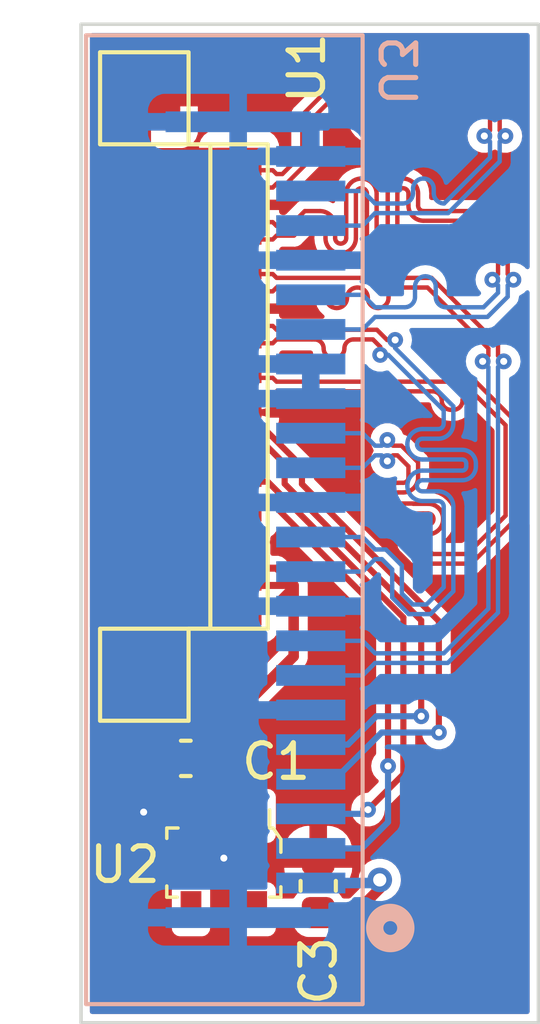
<source format=kicad_pcb>
(kicad_pcb (version 20210824) (generator pcbnew)
  (layers (0 "F.Cu" signal) (31 "B.Cu" signal) (34 "B.Paste" user) (35 "F.Paste" user) (36 "B.SilkS" user "B.Silkscreen") (37 "F.SilkS" user "F.Silkscreen") (38 "B.Mask" user) (39 "F.Mask" user) (44 "Edge.Cuts" user))
  (net 0 "")
  (net 1 "+3V3")
  (net 2 "GND")
  (net 3 "/DAT3_P")
  (net 4 "/DAT3_N")
  (net 5 "/DAT2_P")
  (net 6 "/DAT2_N")
  (net 7 "/CLK_P")
  (net 8 "/CLK_N")
  (net 9 "/DAT1_P")
  (net 10 "/DAT1_N")
  (net 11 "/DAT0_P")
  (net 12 "/DAT0_N")
  (net 13 "/CAM_IN1")
  (net 14 "/CAM_IN0")
  (net 15 "/I2C_SCL")
  (net 16 "/I2C_SDA")
  (net 17 "+5V")
  (footprint "Capacitor_SMD:C_0603_1608Metric" (layer "F.Cu") (at 78.09 77.03 90)
    (fp_text reference "C3" (at -2.46 0.01 90) (layer "F.SilkS"))
    (fp_text value "4.7u")
    (fp_line (start -0.14058 -0.51) (end 0.14058 -0.51) (layer "F.SilkS") (width 0.12))
    (fp_line (start -0.14058 0.51) (end 0.14058 0.51) (layer "F.SilkS") (width 0.12))
    (pad "1" smd roundrect locked (at -0.775 0 90) (size 0.9 0.95) (layers "F.Cu" "F.Paste" "F.Mask") (net 1 "+3V3"))
    (pad "2" smd roundrect locked (at 0.775 0 90) (size 0.9 0.95) (layers "F.Cu" "F.Paste" "F.Mask") (net 2 "GND"))
  )
  (footprint "digikey-footprints:SOT-753" (layer "F.Cu") (at 75.36 76.36 180)
    (fp_text reference "U2" (at 2.86 -0.06) (layer "F.SilkS"))
    (fp_text value "BU33SD5WG-TR")
    (fp_line (start -1.65 0.675) (end -1.425 1) (layer "F.SilkS") (width 0.1))
    (fp_line (start 1.35 -1) (end 1.65 -1) (layer "F.SilkS") (width 0.1))
    (fp_line (start -1.425 1) (end -1.325 1) (layer "F.SilkS") (width 0.1))
    (fp_line (start 1.65 -1) (end 1.65 -0.675) (layer "F.SilkS") (width 0.1))
    (fp_line (start -1.65 -1) (end -1.65 -0.7) (layer "F.SilkS") (width 0.1))
    (fp_line (start 1.65 1) (end 1.65 0.7) (layer "F.SilkS") (width 0.1))
    (fp_line (start -1.325 1) (end -1.325 1.525) (layer "F.SilkS") (width 0.1))
    (fp_line (start -1.65 0.675) (end -1.65 0.3) (layer "F.SilkS") (width 0.1))
    (fp_line (start -1.325 -1) (end -1.65 -1) (layer "F.SilkS") (width 0.1))
    (fp_line (start 1.325 1) (end 1.65 1) (layer "F.SilkS") (width 0.1))
    (pad "1" smd rect locked (at -0.95 1.35 180) (size 0.6 1.05) (layers "F.Cu" "F.Paste" "F.Mask") (net 17 "+5V"))
    (pad "2" smd rect locked (at 0 1.35 180) (size 0.6 1.05) (layers "F.Cu" "F.Paste" "F.Mask") (net 2 "GND"))
    (pad "3" smd rect locked (at 0.95 1.35 180) (size 0.6 1.05) (layers "F.Cu" "F.Paste" "F.Mask") (net 17 "+5V"))
    (pad "4" smd rect locked (at 0.95 -1.35 180) (size 0.6 1.05) (layers "F.Cu" "F.Paste" "F.Mask"))
    (pad "5" smd rect locked (at -0.95 -1.35 180) (size 0.6 1.05) (layers "F.Cu" "F.Paste" "F.Mask") (net 1 "+3V3"))
  )
  (footprint "Capacitor_SMD:C_0603_1608Metric" (layer "F.Cu") (at 74.26 73.3475 180)
    (fp_text reference "C1" (at -2.61 -0.0925) (layer "F.SilkS"))
    (fp_text value "4.7u")
    (fp_line (start -0.14058 -0.51) (end 0.14058 -0.51) (layer "F.SilkS") (width 0.12))
    (fp_line (start -0.14058 0.51) (end 0.14058 0.51) (layer "F.SilkS") (width 0.12))
    (pad "1" smd roundrect locked (at -0.775 0 180) (size 0.9 0.95) (layers "F.Cu" "F.Paste" "F.Mask") (net 17 "+5V"))
    (pad "2" smd roundrect locked (at 0.775 0 180) (size 0.9 0.95) (layers "F.Cu" "F.Paste" "F.Mask") (net 2 "GND"))
  )
  (footprint "osrf_connectors:HIROSE_TF31-28S-0.5SH" (layer "F.Cu") (at 75.8 62.6 -90)
    (fp_text reference "U1" (at -9.2 -1.96 90) (layer "F.SilkS"))
    (fp_text value "MIPI_Custom_28Pin")
    (fp_line (start -9.66 4.02) (end -9.66 1.46) (layer "F.SilkS") (width 0.12))
    (fp_line (start 9.66 1.46) (end 7 1.46) (layer "F.SilkS") (width 0.12))
    (fp_line (start -7 0.83) (end -7 4.02) (layer "F.SilkS") (width 0.12))
    (fp_line (start -7 1.46) (end -7 -0.83) (layer "F.SilkS") (width 0.12))
    (fp_line (start 7 0.83) (end 7 4.02) (layer "F.SilkS") (width 0.12))
    (fp_line (start -7 4.02) (end -9.66 4.02) (layer "F.SilkS") (width 0.12))
    (fp_line (start -7 0.83) (end 7 0.83) (layer "F.SilkS") (width 0.12))
    (fp_line (start 7 4.02) (end 9.66 4.02) (layer "F.SilkS") (width 0.12))
    (fp_line (start 7 1.46) (end 7 -0.83) (layer "F.SilkS") (width 0.12))
    (fp_line (start 9.66 4.02) (end 9.66 1.46) (layer "F.SilkS") (width 0.12))
    (fp_line (start -7 -0.83) (end 7 -0.83) (layer "F.SilkS") (width 0.12))
    (fp_line (start -9.66 1.46) (end -7 1.46) (layer "F.SilkS") (width 0.12))
    (pad "0" smd rect (at 8.35 2.8 270) (size 1.9 2.2) (layers "F.Cu" "F.Paste" "F.Mask") (net 2 "GND"))
    (pad "0" smd rect (at -8.35 2.8 270) (size 1.9 2.2) (layers "F.Cu" "F.Paste" "F.Mask") (net 2 "GND"))
    (pad "1" smd rect (at -6.75 0 270) (size 0.3 1.3) (layers "F.Cu" "F.Paste" "F.Mask") (net 2 "GND"))
    (pad "2" smd rect (at -6.25 0 270) (size 0.3 1.3) (layers "F.Cu" "F.Paste" "F.Mask") (net 3 "/DAT3_P"))
    (pad "3" smd rect (at -5.75 0 270) (size 0.3 1.3) (layers "F.Cu" "F.Paste" "F.Mask") (net 4 "/DAT3_N"))
    (pad "4" smd rect (at -5.25 0 270) (size 0.3 1.3) (layers "F.Cu" "F.Paste" "F.Mask") (net 2 "GND"))
    (pad "5" smd rect (at -4.75 0 270) (size 0.3 1.3) (layers "F.Cu" "F.Paste" "F.Mask") (net 5 "/DAT2_P"))
    (pad "6" smd rect (at -4.25 0 270) (size 0.3 1.3) (layers "F.Cu" "F.Paste" "F.Mask") (net 6 "/DAT2_N"))
    (pad "7" smd rect (at -3.75 0 270) (size 0.3 1.3) (layers "F.Cu" "F.Paste" "F.Mask") (net 2 "GND"))
    (pad "8" smd rect (at -3.25 0 270) (size 0.3 1.3) (layers "F.Cu" "F.Paste" "F.Mask") (net 7 "/CLK_P"))
    (pad "9" smd rect (at -2.75 0 270) (size 0.3 1.3) (layers "F.Cu" "F.Paste" "F.Mask") (net 8 "/CLK_N"))
    (pad "10" smd rect (at -2.25 0 270) (size 0.3 1.3) (layers "F.Cu" "F.Paste" "F.Mask") (net 2 "GND"))
    (pad "11" smd rect (at -1.75 0 270) (size 0.3 1.3) (layers "F.Cu" "F.Paste" "F.Mask") (net 9 "/DAT1_P"))
    (pad "12" smd rect (at -1.25 0 270) (size 0.3 1.3) (layers "F.Cu" "F.Paste" "F.Mask") (net 10 "/DAT1_N"))
    (pad "13" smd rect (at -0.75 0 270) (size 0.3 1.3) (layers "F.Cu" "F.Paste" "F.Mask") (net 2 "GND"))
    (pad "14" smd rect (at -0.25 0 270) (size 0.3 1.3) (layers "F.Cu" "F.Paste" "F.Mask") (net 11 "/DAT0_P"))
    (pad "15" smd rect (at 0.25 0 270) (size 0.3 1.3) (layers "F.Cu" "F.Paste" "F.Mask") (net 12 "/DAT0_N"))
    (pad "16" smd rect (at 0.75 0 270) (size 0.3 1.3) (layers "F.Cu" "F.Paste" "F.Mask") (net 2 "GND"))
    (pad "17" smd rect (at 1.25 0 270) (size 0.3 1.3) (layers "F.Cu" "F.Paste" "F.Mask") (net 13 "/CAM_IN1"))
    (pad "18" smd rect (at 1.75 0 270) (size 0.3 1.3) (layers "F.Cu" "F.Paste" "F.Mask") (net 14 "/CAM_IN0"))
    (pad "19" smd rect (at 2.25 0 270) (size 0.3 1.3) (layers "F.Cu" "F.Paste" "F.Mask") (net 2 "GND"))
    (pad "20" smd rect (at 2.75 0 270) (size 0.3 1.3) (layers "F.Cu" "F.Paste" "F.Mask") (net 15 "/I2C_SCL"))
    (pad "21" smd rect (at 3.25 0 270) (size 0.3 1.3) (layers "F.Cu" "F.Paste" "F.Mask") (net 16 "/I2C_SDA"))
    (pad "22" smd rect (at 3.75 0 270) (size 0.3 1.3) (layers "F.Cu" "F.Paste" "F.Mask") (net 2 "GND"))
    (pad "23" smd rect (at 4.25 0 270) (size 0.3 1.3) (layers "F.Cu" "F.Paste" "F.Mask"))
    (pad "24" smd rect (at 4.75 0 270) (size 0.3 1.3) (layers "F.Cu" "F.Paste" "F.Mask"))
    (pad "25" smd rect (at 5.25 0 270) (size 0.3 1.3) (layers "F.Cu" "F.Paste" "F.Mask") (net 17 "+5V"))
    (pad "26" smd rect (at 5.75 0 270) (size 0.3 1.3) (layers "F.Cu" "F.Paste" "F.Mask") (net 17 "+5V"))
    (pad "27" smd rect (at 6.25 0 270) (size 0.3 1.3) (layers "F.Cu" "F.Paste" "F.Mask") (net 17 "+5V"))
    (pad "28" smd rect (at 6.75 0 270) (size 0.3 1.3) (layers "F.Cu" "F.Paste" "F.Mask") (net 2 "GND"))
  )
  (footprint "osrf_connectors:AMPHENOL_SFW15R+SFW21R" (layer "B.Cu") (at 74.875 66.55 90)
    (fp_text reference "U3" (at 13.07 5.49 270 unlocked) (layer "B.SilkS") (effects (justify mirror)))
    (fp_text value "PICAM_Expandable_Reversed")
    (fp_line (start -13.9 -3.5) (end 14.1 -3.5) (layer "B.SilkS") (width 0.12))
    (fp_line (start 14.1 4.5) (end 14.1 -3.5) (layer "B.SilkS") (width 0.12))
    (fp_line (start -13.9 4.5) (end 14.1 4.5) (layer "B.SilkS") (width 0.12))
    (fp_line (start -13.9 4.5) (end -13.9 -3.5) (layer "B.SilkS") (width 0.12))
    (fp_circle (center -11.7 5.3) (end -11.5 5.3) (layer "B.SilkS") (width 0.5) (fill none))
    (pad "1" smd rect (at -10.4 3 90) (size 0.6 2) (layers "B.Cu" "B.Paste" "B.Mask") (net 1 "+3V3"))
    (pad "2" smd rect (at -9.4 3 90) (size 0.6 2) (layers "B.Cu" "B.Paste" "B.Mask") (net 16 "/I2C_SDA"))
    (pad "3" smd rect (at -8.4 3 90) (size 0.6 2) (layers "B.Cu" "B.Paste" "B.Mask") (net 15 "/I2C_SCL"))
    (pad "4" smd rect (at -7.4 3 90) (size 0.6 2) (layers "B.Cu" "B.Paste" "B.Mask") (net 13 "/CAM_IN1"))
    (pad "5" smd rect (at -6.4 3 90) (size 0.6 2) (layers "B.Cu" "B.Paste" "B.Mask") (net 14 "/CAM_IN0"))
    (pad "6" smd rect (at -5.4 3 90) (size 0.6 2) (layers "B.Cu" "B.Paste" "B.Mask") (net 2 "GND"))
    (pad "7" smd rect (at -4.4 3 90) (size 0.6 2) (layers "B.Cu" "B.Paste" "B.Mask") (net 7 "/CLK_P"))
    (pad "8" smd rect (at -3.4 3 90) (size 0.6 2) (layers "B.Cu" "B.Paste" "B.Mask") (net 8 "/CLK_N"))
    (pad "9" smd rect (at -2.4 3 90) (size 0.6 2) (layers "B.Cu" "B.Paste" "B.Mask") (net 2 "GND"))
    (pad "10" smd rect (at -1.4 3 90) (size 0.6 2) (layers "B.Cu" "B.Paste" "B.Mask") (net 9 "/DAT1_P"))
    (pad "11" smd rect (at -0.4 3 90) (size 0.6 2) (layers "B.Cu" "B.Paste" "B.Mask") (net 10 "/DAT1_N"))
    (pad "12" smd rect (at 0.6 3 90) (size 0.6 2) (layers "B.Cu" "B.Paste" "B.Mask") (net 2 "GND"))
    (pad "13" smd rect (at 1.6 3 90) (size 0.6 2) (layers "B.Cu" "B.Paste" "B.Mask") (net 11 "/DAT0_P"))
    (pad "14" smd rect (at 2.6 3 90) (size 0.6 2) (layers "B.Cu" "B.Paste" "B.Mask") (net 12 "/DAT0_N"))
    (pad "15" smd rect (at 3.6 3 90) (size 0.6 2) (layers "B.Cu" "B.Paste" "B.Mask") (net 2 "GND"))
    (pad "16" smd rect (at 4.6 3 90) (size 0.6 2) (layers "B.Cu" "B.Paste" "B.Mask") (net 2 "GND"))
    (pad "17" smd rect (at 5.6 3 90) (size 0.6 2) (layers "B.Cu" "B.Paste" "B.Mask") (net 5 "/DAT2_P"))
    (pad "18" smd rect (at 6.6 3 90) (size 0.6 2) (layers "B.Cu" "B.Paste" "B.Mask") (net 6 "/DAT2_N"))
    (pad "19" smd rect (at 7.6 3 90) (size 0.6 2) (layers "B.Cu" "B.Paste" "B.Mask") (net 2 "GND"))
    (pad "20" smd rect (at 8.6 3 90) (size 0.6 2) (layers "B.Cu" "B.Paste" "B.Mask") (net 3 "/DAT3_P"))
    (pad "21" smd rect (at 9.6 3 90) (size 0.6 2) (layers "B.Cu" "B.Paste" "B.Mask") (net 4 "/DAT3_N"))
    (pad "22" smd rect (at 10.6 3 90) (size 0.6 2) (layers "B.Cu" "B.Paste" "B.Mask") (net 2 "GND"))
    (pad "23" smd rect (at 11.6 0.9 90) (size 0.6 4.2) (layers "B.Cu" "B.Paste" "B.Mask") (net 2 "GND"))
    (pad "23" smd rect (at -11.4 0.9 90) (size 0.6 4.2) (layers "B.Cu" "B.Paste" "B.Mask") (net 2 "GND"))
  )
  (gr_rect (start 71.23 52.13) (end 84.46 80.99) (layer "Edge.Cuts") (width 0.1) (fill none))
  (segment (start 76.405 77.805) (end 76.31 77.71) (width 0.3048) (layer "F.Cu") (net 1))
  (segment (start 78.09 77.805) (end 76.405 77.805) (width 0.3048) (layer "F.Cu") (net 1))
  (segment (start 79.87 76.86) (end 79.87 77.11) (width 0.3048) (layer "F.Cu") (net 1))
  (segment (start 79.175 77.805) (end 78.09 77.805) (width 0.3048) (layer "F.Cu") (net 1))
  (segment (start 79.87 77.11) (end 79.175 77.805) (width 0.3048) (layer "F.Cu") (net 1))
  (via (at 79.87 76.86) (size 0.7112) (drill 0.381) (layers "F.Cu" "B.Cu") (net 1))
  (segment (start 79.78 76.95) (end 79.87 76.86) (width 0.3048) (layer "B.Cu") (net 1))
  (segment (start 77.875 76.95) (end 79.78 76.95) (width 0.3048) (layer "B.Cu") (net 1))
  (segment (start 78.09 76.255) (end 75.385 76.255) (width 0.3048) (layer "F.Cu") (net 2))
  (segment (start 73.485 73.3475) (end 73.485 74.455) (width 0.3048) (layer "F.Cu") (net 2))
  (segment (start 75.385 76.255) (end 75.36 76.23) (width 0.3048) (layer "F.Cu") (net 2))
  (segment (start 73.485 74.455) (end 73.04 74.9) (width 0.3048) (layer "F.Cu") (net 2))
  (segment (start 75.36 75.01) (end 75.36 76.23) (width 0.3048) (layer "F.Cu") (net 2))
  (via (at 75.36 76.23) (size 0.4572) (drill 0.2032) (layers "F.Cu" "B.Cu") (net 2))
  (via (at 73.04 74.9) (size 0.4572) (drill 0.2032) (layers "F.Cu" "B.Cu") (net 2))
  (segment (start 81.06 54.82338) (end 81.06 54.41) (width 0.127) (layer "F.Cu") (net 3))
  (segment (start 82.707866 53.9703) (end 83.3397 54.602134) (width 0.127) (layer "F.Cu") (net 3))
  (segment (start 76.775001 56.35) (end 76.885301 56.4603) (width 0.127) (layer "F.Cu") (net 3))
  (segment (start 83.3397 55.1949) (end 83.5048 55.36) (width 0.127) (layer "F.Cu") (net 3))
  (segment (start 81.4997 53.9703) (end 82.707866 53.9703) (width 0.127) (layer "F.Cu") (net 3))
  (segment (start 77.052134 56.4603) (end 77.6303 55.882134) (width 0.127) (layer "F.Cu") (net 3))
  (segment (start 75.8 56.35) (end 76.775001 56.35) (width 0.127) (layer "F.Cu") (net 3))
  (segment (start 79.86 54.82338) (end 79.86 54.41) (width 0.127) (layer "F.Cu") (net 3))
  (segment (start 80.7394 53.39662) (end 80.7394 53.9703) (width 0.127) (layer "F.Cu") (net 3))
  (segment (start 78.412134 53.9703) (end 79.0997 53.9703) (width 0.127) (layer "F.Cu") (net 3))
  (segment (start 80.7394 53.9703) (end 80.7394 54.82338) (width 0.127) (layer "F.Cu") (net 3))
  (segment (start 79.86 54.41) (end 79.86 53.39662) (width 0.127) (layer "F.Cu") (net 3))
  (segment (start 83.3397 54.602134) (end 83.3397 55.1949) (width 0.127) (layer "F.Cu") (net 3))
  (segment (start 77.6303 54.752134) (end 78.412134 53.9703) (width 0.127) (layer "F.Cu") (net 3))
  (segment (start 76.885301 56.4603) (end 77.052134 56.4603) (width 0.127) (layer "F.Cu") (net 3))
  (segment (start 79.5394 54.41) (end 79.5394 54.82338) (width 0.127) (layer "F.Cu") (net 3))
  (segment (start 77.6303 55.882134) (end 77.6303 54.752134) (width 0.127) (layer "F.Cu") (net 3))
  (via (at 83.5048 55.36) (size 0.4572) (drill 0.2032) (layers "F.Cu" "B.Cu") (net 3))
  (arc (start 80.8997 54.98368) (mid 81.013049 54.936729) (end 81.06 54.82338) (width 0.127) (layer "F.Cu") (net 3))
  (arc (start 79.5394 54.82338) (mid 79.586351 54.936729) (end 79.6997 54.98368) (width 0.127) (layer "F.Cu") (net 3))
  (arc (start 80.7394 54.82338) (mid 80.786351 54.936729) (end 80.8997 54.98368) (width 0.127) (layer "F.Cu") (net 3))
  (arc (start 79.0997 53.9703) (mid 79.410615 54.099085) (end 79.5394 54.41) (width 0.127) (layer "F.Cu") (net 3))
  (arc (start 81.06 54.41) (mid 81.188785 54.099085) (end 81.4997 53.9703) (width 0.127) (layer "F.Cu") (net 3))
  (arc (start 79.6997 54.98368) (mid 79.813049 54.936729) (end 79.86 54.82338) (width 0.127) (layer "F.Cu") (net 3))
  (arc (start 79.86 53.39662) (mid 79.988785 53.085705) (end 80.2997 52.95692) (width 0.127) (layer "F.Cu") (net 3))
  (arc (start 80.2997 52.95692) (mid 80.610615 53.085705) (end 80.7394 53.39662) (width 0.127) (layer "F.Cu") (net 3))
  (segment (start 79.375001 57.95) (end 77.875 57.95) (width 0.127) (layer "B.Cu") (net 3))
  (segment (start 79.735301 57.5897) (end 79.375001 57.95) (width 0.127) (layer "B.Cu") (net 3))
  (segment (start 83.3397 56.097866) (end 81.847866 57.5897) (width 0.127) (layer "B.Cu") (net 3))
  (segment (start 83.5048 55.36) (end 83.3397 55.5251) (width 0.127) (layer "B.Cu") (net 3))
  (segment (start 81.847866 57.5897) (end 79.735301 57.5897) (width 0.127) (layer "B.Cu") (net 3))
  (segment (start 83.3397 55.5251) (end 83.3397 56.097866) (width 0.127) (layer "B.Cu") (net 3))
  (segment (start 81.4997 54.2497) (end 82.592134 54.2497) (width 0.127) (layer "F.Cu") (net 4))
  (segment (start 76.885301 56.7397) (end 77.167866 56.7397) (width 0.127) (layer "F.Cu") (net 4))
  (segment (start 80.46 53.39662) (end 80.46 53.9703) (width 0.127) (layer "F.Cu") (net 4))
  (segment (start 75.8 56.85) (end 76.775001 56.85) (width 0.127) (layer "F.Cu") (net 4))
  (segment (start 77.9097 55.997866) (end 77.9097 54.867866) (width 0.127) (layer "F.Cu") (net 4))
  (segment (start 81.3394 54.82338) (end 81.3394 54.41) (width 0.127) (layer "F.Cu") (net 4))
  (segment (start 76.775001 56.85) (end 76.885301 56.7397) (width 0.127) (layer "F.Cu") (net 4))
  (segment (start 79.26 54.41) (end 79.26 54.82338) (width 0.127) (layer "F.Cu") (net 4))
  (segment (start 80.1394 54.82338) (end 80.1394 54.41) (width 0.127) (layer "F.Cu") (net 4))
  (segment (start 77.9097 54.867866) (end 78.527866 54.2497) (width 0.127) (layer "F.Cu") (net 4))
  (segment (start 82.592134 54.2497) (end 83.0603 54.717866) (width 0.127) (layer "F.Cu") (net 4))
  (segment (start 83.0603 54.717866) (end 83.0603 55.1949) (width 0.127) (layer "F.Cu") (net 4))
  (segment (start 77.167866 56.7397) (end 77.9097 55.997866) (width 0.127) (layer "F.Cu") (net 4))
  (segment (start 80.1394 54.41) (end 80.1394 53.39662) (width 0.127) (layer "F.Cu") (net 4))
  (segment (start 80.46 53.9703) (end 80.46 54.82338) (width 0.127) (layer "F.Cu") (net 4))
  (segment (start 83.0603 55.1949) (end 82.8952 55.36) (width 0.127) (layer "F.Cu") (net 4))
  (segment (start 78.527866 54.2497) (end 79.0997 54.2497) (width 0.127) (layer "F.Cu") (net 4))
  (via (at 82.8952 55.36) (size 0.4572) (drill 0.2032) (layers "F.Cu" "B.Cu") (net 4))
  (arc (start 80.1394 53.39662) (mid 80.186351 53.283271) (end 80.2997 53.23632) (width 0.127) (layer "F.Cu") (net 4))
  (arc (start 79.6997 55.26308) (mid 80.010615 55.134295) (end 80.1394 54.82338) (width 0.127) (layer "F.Cu") (net 4))
  (arc (start 81.3394 54.41) (mid 81.386351 54.296651) (end 81.4997 54.2497) (width 0.127) (layer "F.Cu") (net 4))
  (arc (start 80.46 54.82338) (mid 80.588785 55.134295) (end 80.8997 55.26308) (width 0.127) (layer "F.Cu") (net 4))
  (arc (start 79.0997 54.2497) (mid 79.213049 54.296651) (end 79.26 54.41) (width 0.127) (layer "F.Cu") (net 4))
  (arc (start 80.2997 53.23632) (mid 80.413049 53.283271) (end 80.46 53.39662) (width 0.127) (layer "F.Cu") (net 4))
  (arc (start 79.26 54.82338) (mid 79.388785 55.134295) (end 79.6997 55.26308) (width 0.127) (layer "F.Cu") (net 4))
  (arc (start 80.8997 55.26308) (mid 81.210615 55.134295) (end 81.3394 54.82338) (width 0.127) (layer "F.Cu") (net 4))
  (segment (start 83.0603 55.982134) (end 81.732134 57.3103) (width 0.127) (layer "B.Cu") (net 4))
  (segment (start 81.432134 57.0103) (end 81.432134 56.88985) (width 0.127) (layer "B.Cu") (net 4))
  (segment (start 79.735301 57.3103) (end 79.375001 56.95) (width 0.127) (layer "B.Cu") (net 4))
  (segment (start 82.8952 55.36) (end 83.0603 55.5251) (width 0.127) (layer "B.Cu") (net 4))
  (segment (start 80.482134 57.3103) (end 79.735301 57.3103) (width 0.127) (layer "B.Cu") (net 4))
  (segment (start 79.375001 56.95) (end 77.875 56.95) (width 0.127) (layer "B.Cu") (net 4))
  (segment (start 80.832134 56.88985) (end 80.832134 57.0103) (width 0.127) (layer "B.Cu") (net 4))
  (segment (start 80.532134 57.3103) (end 80.482134 57.3103) (width 0.127) (layer "B.Cu") (net 4))
  (segment (start 83.0603 55.5251) (end 83.0603 55.982134) (width 0.127) (layer "B.Cu") (net 4))
  (arc (start 81.132134 56.58985) (mid 80.920002 56.677718) (end 80.832134 56.88985) (width 0.127) (layer "B.Cu") (net 4))
  (arc (start 81.732134 57.3103) (mid 81.520002 57.222432) (end 81.432134 57.0103) (width 0.127) (layer "B.Cu") (net 4))
  (arc (start 80.832134 57.0103) (mid 80.744266 57.222432) (end 80.532134 57.3103) (width 0.127) (layer "B.Cu") (net 4))
  (arc (start 81.432134 56.88985) (mid 81.344266 56.677718) (end 81.132134 56.58985) (width 0.127) (layer "B.Cu") (net 4))
  (segment (start 83.571898 58.344332) (end 83.571898 59.348446) (width 0.127) (layer "F.Cu") (net 5))
  (segment (start 76.885301 57.9603) (end 77.272134 57.9603) (width 0.127) (layer "F.Cu") (net 5))
  (segment (start 82.757866 57.5303) (end 83.571898 58.344332) (width 0.127) (layer "F.Cu") (net 5))
  (segment (start 78.9006 57.97) (end 78.9006 57.029553) (width 0.127) (layer "F.Cu") (net 5))
  (segment (start 80.1006 57.8097) (end 80.1006 57.029553) (width 0.127) (layer "F.Cu") (net 5))
  (segment (start 81.1403 57.5303) (end 82.757866 57.5303) (width 0.127) (layer "F.Cu") (net 5))
  (segment (start 77.702134 57.5303) (end 78.1403 57.5303) (width 0.127) (layer "F.Cu") (net 5))
  (segment (start 80.1006 58.310447) (end 80.1006 57.8097) (width 0.127) (layer "F.Cu") (net 5))
  (segment (start 77.272134 57.9603) (end 77.702134 57.5303) (width 0.127) (layer "F.Cu") (net 5))
  (segment (start 78.9006 58.310447) (end 78.9006 57.97) (width 0.127) (layer "F.Cu") (net 5))
  (segment (start 78.58 57.97) (end 78.58 58.310447) (width 0.127) (layer "F.Cu") (net 5))
  (segment (start 75.8 57.85) (end 76.775001 57.85) (width 0.127) (layer "F.Cu") (net 5))
  (segment (start 79.78 57.029553) (end 79.78 57.5303) (width 0.127) (layer "F.Cu") (net 5))
  (segment (start 76.775001 57.85) (end 76.885301 57.9603) (width 0.127) (layer "F.Cu") (net 5))
  (segment (start 80.98 57.029553) (end 80.98 57.37) (width 0.127) (layer "F.Cu") (net 5))
  (segment (start 79.78 57.5303) (end 79.78 58.310447) (width 0.127) (layer "F.Cu") (net 5))
  (segment (start 83.571898 59.348446) (end 83.736998 59.513546) (width 0.127) (layer "F.Cu") (net 5))
  (via (at 83.736998 59.513546) (size 0.4572) (drill 0.2032) (layers "F.Cu" "B.Cu") (net 5))
  (arc (start 80.5403 56.589853) (mid 80.851215 56.718638) (end 80.98 57.029553) (width 0.127) (layer "F.Cu") (net 5))
  (arc (start 78.7403 58.470747) (mid 78.853649 58.423796) (end 78.9006 58.310447) (width 0.127) (layer "F.Cu") (net 5))
  (arc (start 80.98 57.37) (mid 81.026951 57.483349) (end 81.1403 57.5303) (width 0.127) (layer "F.Cu") (net 5))
  (arc (start 80.1006 57.029553) (mid 80.229385 56.718638) (end 80.5403 56.589853) (width 0.127) (layer "F.Cu") (net 5))
  (arc (start 79.3403 56.589853) (mid 79.651215 56.718638) (end 79.78 57.029553) (width 0.127) (layer "F.Cu") (net 5))
  (arc (start 79.78 58.310447) (mid 79.826951 58.423796) (end 79.9403 58.470747) (width 0.127) (layer "F.Cu") (net 5))
  (arc (start 78.9006 57.029553) (mid 79.029385 56.718638) (end 79.3403 56.589853) (width 0.127) (layer "F.Cu") (net 5))
  (arc (start 79.9403 58.470747) (mid 80.053649 58.423796) (end 80.1006 58.310447) (width 0.127) (layer "F.Cu") (net 5))
  (arc (start 78.1403 57.5303) (mid 78.451215 57.659085) (end 78.58 57.97) (width 0.127) (layer "F.Cu") (net 5))
  (arc (start 78.58 58.310447) (mid 78.626951 58.423796) (end 78.7403 58.470747) (width 0.127) (layer "F.Cu") (net 5))
  (segment (start 83.571898 60.005668) (end 83.571898 59.678646) (width 0.127) (layer "B.Cu") (net 5))
  (segment (start 82.987866 60.5897) (end 83.571898 60.005668) (width 0.127) (layer "B.Cu") (net 5))
  (segment (start 77.875 60.95) (end 79.375001 60.95) (width 0.127) (layer "B.Cu") (net 5))
  (segment (start 79.735301 60.5897) (end 82.987866 60.5897) (width 0.127) (layer "B.Cu") (net 5))
  (segment (start 83.571898 59.678646) (end 83.736998 59.513546) (width 0.127) (layer "B.Cu") (net 5))
  (segment (start 79.375001 60.95) (end 79.735301 60.5897) (width 0.127) (layer "B.Cu") (net 5))
  (segment (start 82.642134 57.8097) (end 83.292498 58.460064) (width 0.127) (layer "F.Cu") (net 6))
  (segment (start 80.7006 57.029553) (end 80.7006 57.37) (width 0.127) (layer "F.Cu") (net 6))
  (segment (start 76.775001 58.35) (end 76.885301 58.2397) (width 0.127) (layer "F.Cu") (net 6))
  (segment (start 80.38 58.310447) (end 80.38 57.8097) (width 0.127) (layer "F.Cu") (net 6))
  (segment (start 76.885301 58.2397) (end 77.387866 58.2397) (width 0.127) (layer "F.Cu") (net 6))
  (segment (start 83.292498 59.348446) (end 83.127398 59.513546) (width 0.127) (layer "F.Cu") (net 6))
  (segment (start 77.817866 57.8097) (end 78.1403 57.8097) (width 0.127) (layer "F.Cu") (net 6))
  (segment (start 77.387866 58.2397) (end 77.817866 57.8097) (width 0.127) (layer "F.Cu") (net 6))
  (segment (start 83.292498 58.460064) (end 83.292498 59.348446) (width 0.127) (layer "F.Cu") (net 6))
  (segment (start 79.18 57.97) (end 79.18 57.029553) (width 0.127) (layer "F.Cu") (net 6))
  (segment (start 81.1403 57.8097) (end 82.642134 57.8097) (width 0.127) (layer "F.Cu") (net 6))
  (segment (start 79.5006 57.5303) (end 79.5006 58.310447) (width 0.127) (layer "F.Cu") (net 6))
  (segment (start 75.8 58.35) (end 76.775001 58.35) (width 0.127) (layer "F.Cu") (net 6))
  (segment (start 78.3006 57.97) (end 78.3006 58.310447) (width 0.127) (layer "F.Cu") (net 6))
  (segment (start 80.38 57.8097) (end 80.38 57.029553) (width 0.127) (layer "F.Cu") (net 6))
  (segment (start 79.5006 57.029553) (end 79.5006 57.5303) (width 0.127) (layer "F.Cu") (net 6))
  (segment (start 79.18 58.310447) (end 79.18 57.97) (width 0.127) (layer "F.Cu") (net 6))
  (via (at 83.127398 59.513546) (size 0.4572) (drill 0.2032) (layers "F.Cu" "B.Cu") (net 6))
  (arc (start 78.3006 58.310447) (mid 78.429385 58.621362) (end 78.7403 58.750147) (width 0.127) (layer "F.Cu") (net 6))
  (arc (start 79.9403 58.750147) (mid 80.251215 58.621362) (end 80.38 58.310447) (width 0.127) (layer "F.Cu") (net 6))
  (arc (start 80.5403 56.869253) (mid 80.653649 56.916204) (end 80.7006 57.029553) (width 0.127) (layer "F.Cu") (net 6))
  (arc (start 78.7403 58.750147) (mid 79.051215 58.621362) (end 79.18 58.310447) (width 0.127) (layer "F.Cu") (net 6))
  (arc (start 79.18 57.029553) (mid 79.226951 56.916204) (end 79.3403 56.869253) (width 0.127) (layer "F.Cu") (net 6))
  (arc (start 79.5006 58.310447) (mid 79.629385 58.621362) (end 79.9403 58.750147) (width 0.127) (layer "F.Cu") (net 6))
  (arc (start 79.3403 56.869253) (mid 79.453649 56.916204) (end 79.5006 57.029553) (width 0.127) (layer "F.Cu") (net 6))
  (arc (start 80.7006 57.37) (mid 80.829385 57.680915) (end 81.1403 57.8097) (width 0.127) (layer "F.Cu") (net 6))
  (arc (start 78.1403 57.8097) (mid 78.253649 57.856651) (end 78.3006 57.97) (width 0.127) (layer "F.Cu") (net 6))
  (arc (start 80.38 57.029553) (mid 80.426951 56.916204) (end 80.5403 56.869253) (width 0.127) (layer "F.Cu") (net 6))
  (segment (start 81.7903 60.3103) (end 81.8403 60.3103) (width 0.127) (layer "B.Cu") (net 6))
  (segment (start 82.872134 60.3103) (end 83.292498 59.889936) (width 0.127) (layer "B.Cu") (net 6))
  (segment (start 81.4903 59.71485) (end 81.4903 60.0103) (width 0.127) (layer "B.Cu") (net 6))
  (segment (start 83.292498 59.889936) (end 83.292498 59.678646) (width 0.127) (layer "B.Cu") (net 6))
  (segment (start 77.875 59.95) (end 79.375001 59.95) (width 0.127) (layer "B.Cu") (net 6))
  (segment (start 79.735301 60.3103) (end 80.5903 60.3103) (width 0.127) (layer "B.Cu") (net 6))
  (segment (start 79.375001 59.95) (end 79.735301 60.3103) (width 0.127) (layer "B.Cu") (net 6))
  (segment (start 80.8903 60.0103) (end 80.8903 59.71485) (width 0.127) (layer "B.Cu") (net 6))
  (segment (start 81.8403 60.3103) (end 82.872134 60.3103) (width 0.127) (layer "B.Cu") (net 6))
  (segment (start 83.292498 59.678646) (end 83.127398 59.513546) (width 0.127) (layer "B.Cu") (net 6))
  (arc (start 81.1903 59.41485) (mid 81.402432 59.502718) (end 81.4903 59.71485) (width 0.127) (layer "B.Cu") (net 6))
  (arc (start 80.8903 59.71485) (mid 80.978168 59.502718) (end 81.1903 59.41485) (width 0.127) (layer "B.Cu") (net 6))
  (arc (start 81.4903 60.0103) (mid 81.578168 60.222432) (end 81.7903 60.3103) (width 0.127) (layer "B.Cu") (net 6))
  (arc (start 80.5903 60.3103) (mid 80.802432 60.222432) (end 80.8903 60.0103) (width 0.127) (layer "B.Cu") (net 6))
  (segment (start 83.291627 61.384061) (end 83.291627 61.708799) (width 0.127) (layer "F.Cu") (net 7))
  (segment (start 83.291627 61.708799) (end 83.456727 61.873899) (width 0.127) (layer "F.Cu") (net 7))
  (segment (start 81.367866 59.4603) (end 83.291627 61.384061) (width 0.127) (layer "F.Cu") (net 7))
  (segment (start 76.775001 59.35) (end 76.885301 59.4603) (width 0.127) (layer "F.Cu") (net 7))
  (segment (start 75.8 59.35) (end 76.775001 59.35) (width 0.127) (layer "F.Cu") (net 7))
  (segment (start 76.885301 59.4603) (end 81.367866 59.4603) (width 0.127) (layer "F.Cu") (net 7))
  (via (at 83.456727 61.873899) (size 0.4572) (drill 0.2032) (layers "F.Cu" "B.Cu") (net 7))
  (segment (start 79.375001 70.95) (end 79.735301 70.5897) (width 0.127) (layer "B.Cu") (net 7))
  (segment (start 79.735301 70.5897) (end 81.837866 70.5897) (width 0.127) (layer "B.Cu") (net 7))
  (segment (start 83.291627 69.135939) (end 83.291627 62.038999) (width 0.127) (layer "B.Cu") (net 7))
  (segment (start 77.875 70.95) (end 79.375001 70.95) (width 0.127) (layer "B.Cu") (net 7))
  (segment (start 83.291627 62.038999) (end 83.456727 61.873899) (width 0.127) (layer "B.Cu") (net 7))
  (segment (start 81.837866 70.5897) (end 83.291627 69.135939) (width 0.127) (layer "B.Cu") (net 7))
  (segment (start 79.524038 60.035963) (end 79.524038 60.035962) (width 0.127) (layer "F.Cu") (net 8))
  (segment (start 82.847127 61.873899) (end 83.012227 61.708799) (width 0.127) (layer "F.Cu") (net 8))
  (segment (start 83.012227 61.499793) (end 81.252134 59.7397) (width 0.127) (layer "F.Cu") (net 8))
  (segment (start 78.324038 60.035963) (end 78.324038 60.035962) (width 0.127) (layer "F.Cu") (net 8))
  (segment (start 83.012227 61.708799) (end 83.012227 61.499793) (width 0.127) (layer "F.Cu") (net 8))
  (segment (start 76.885301 59.7397) (end 76.775001 59.85) (width 0.127) (layer "F.Cu") (net 8))
  (segment (start 79.827776 60.332225) (end 79.8203 60.332225) (width 0.127) (layer "F.Cu") (net 8))
  (segment (start 76.775001 59.85) (end 75.8 59.85) (width 0.127) (layer "F.Cu") (net 8))
  (segment (start 81.252134 59.7397) (end 80.4203 59.7397) (width 0.127) (layer "F.Cu") (net 8))
  (segment (start 79.227776 59.7397) (end 79.2203 59.7397) (width 0.127) (layer "F.Cu") (net 8))
  (segment (start 78.0203 59.7397) (end 76.885301 59.7397) (width 0.127) (layer "F.Cu") (net 8))
  (segment (start 78.627776 60.332225) (end 78.6203 60.332225) (width 0.127) (layer "F.Cu") (net 8))
  (segment (start 78.924038 60.035962) (end 78.924038 60.035963) (width 0.127) (layer "F.Cu") (net 8))
  (segment (start 78.027776 59.7397) (end 78.0203 59.7397) (width 0.127) (layer "F.Cu") (net 8))
  (segment (start 80.124038 60.035962) (end 80.124038 60.035963) (width 0.127) (layer "F.Cu") (net 8))
  (via (at 82.847127 61.873899) (size 0.4572) (drill 0.2032) (layers "F.Cu" "B.Cu") (net 8))
  (arc (start 80.4203 59.7397) (mid 80.210811 59.826473) (end 80.124038 60.035962) (width 0.127) (layer "F.Cu") (net 8))
  (arc (start 80.124038 60.035963) (mid 80.037265 60.245452) (end 79.827776 60.332225) (width 0.127) (layer "F.Cu") (net 8))
  (arc (start 79.524038 60.035962) (mid 79.437265 59.826473) (end 79.227776 59.7397) (width 0.127) (layer "F.Cu") (net 8))
  (arc (start 79.2203 59.7397) (mid 79.010811 59.826473) (end 78.924038 60.035962) (width 0.127) (layer "F.Cu") (net 8))
  (arc (start 78.6203 60.332225) (mid 78.410811 60.245452) (end 78.324038 60.035963) (width 0.127) (layer "F.Cu") (net 8))
  (arc (start 79.8203 60.332225) (mid 79.610811 60.245452) (end 79.524038 60.035963) (width 0.127) (layer "F.Cu") (net 8))
  (arc (start 78.924038 60.035963) (mid 78.837265 60.245452) (end 78.627776 60.332225) (width 0.127) (layer "F.Cu") (net 8))
  (arc (start 78.324038 60.035962) (mid 78.237265 59.826473) (end 78.027776 59.7397) (width 0.127) (layer "F.Cu") (net 8))
  (segment (start 83.012227 62.038999) (end 82.847127 61.873899) (width 0.127) (layer "B.Cu") (net 8))
  (segment (start 79.375001 69.95) (end 79.735301 70.3103) (width 0.127) (layer "B.Cu") (net 8))
  (segment (start 77.875 69.95) (end 79.375001 69.95) (width 0.127) (layer "B.Cu") (net 8))
  (segment (start 83.012227 69.020207) (end 83.012227 62.038999) (width 0.127) (layer "B.Cu") (net 8))
  (segment (start 81.722134 70.3103) (end 83.012227 69.020207) (width 0.127) (layer "B.Cu") (net 8))
  (segment (start 79.735301 70.3103) (end 81.722134 70.3103) (width 0.127) (layer "B.Cu") (net 8))
  (segment (start 76.775001 60.85) (end 76.885301 60.9603) (width 0.127) (layer "F.Cu") (net 9))
  (segment (start 75.8 60.85) (end 76.775001 60.85) (width 0.127) (layer "F.Cu") (net 9))
  (segment (start 79.787866 60.9603) (end 80.082039 61.254473) (width 0.127) (layer "F.Cu") (net 9))
  (segment (start 76.885301 60.9603) (end 79.787866 60.9603) (width 0.127) (layer "F.Cu") (net 9))
  (segment (start 80.082039 61.254473) (end 80.315527 61.254473) (width 0.127) (layer "F.Cu") (net 9))
  (via (at 80.315527 61.254473) (size 0.4572) (drill 0.2032) (layers "F.Cu" "B.Cu") (net 9))
  (segment (start 81.56 64.43) (end 82.255677 64.43) (width 0.127) (layer "B.Cu") (net 9))
  (segment (start 81.56 64.1094) (end 81.108346 64.1094) (width 0.127) (layer "B.Cu") (net 9))
  (segment (start 81.108346 65.63) (end 81.56 65.63) (width 0.127) (layer "B.Cu") (net 9))
  (segment (start 80.2303 68.698818) (end 80.2303 67.887866) (width 0.127) (layer "B.Cu") (net 9))
  (segment (start 80.2303 67.887866) (end 79.932134 67.5897) (width 0.127) (layer "B.Cu") (net 9))
  (segment (start 80.315527 61.487961) (end 81.9997 63.172134) (width 0.127) (layer "B.Cu") (net 9))
  (segment (start 81.9997 63.172134) (end 81.9997 63.6697) (width 0.127) (layer "B.Cu") (net 9))
  (segment (start 80.710436 69.178954) (end 80.2303 68.698818) (width 0.127) (layer "B.Cu") (net 9))
  (segment (start 79.932134 67.5897) (end 79.735301 67.5897) (width 0.127) (layer "B.Cu") (net 9))
  (segment (start 81.108346 64.43) (end 81.56 64.43) (width 0.127) (layer "B.Cu") (net 9))
  (segment (start 82.651354 64.825677) (end 82.651354 64.913723) (width 0.127) (layer "B.Cu") (net 9))
  (segment (start 81.9997 66.0697) (end 81.9997 68.517866) (width 0.127) (layer "B.Cu") (net 9))
  (segment (start 81.338612 69.178954) (end 80.710436 69.178954) (width 0.127) (layer "B.Cu") (net 9))
  (segment (start 79.375001 67.95) (end 77.875 67.95) (width 0.127) (layer "B.Cu") (net 9))
  (segment (start 81.9997 65.3094) (end 81.108346 65.3094) (width 0.127) (layer "B.Cu") (net 9))
  (segment (start 79.735301 67.5897) (end 79.375001 67.95) (width 0.127) (layer "B.Cu") (net 9))
  (segment (start 80.315527 61.254473) (end 80.315527 61.487961) (width 0.127) (layer "B.Cu") (net 9))
  (segment (start 81.9997 68.517866) (end 81.338612 69.178954) (width 0.127) (layer "B.Cu") (net 9))
  (segment (start 82.255677 65.3094) (end 81.9997 65.3094) (width 0.127) (layer "B.Cu") (net 9))
  (arc (start 82.651354 64.913723) (mid 82.535463 65.193509) (end 82.255677 65.3094) (width 0.127) (layer "B.Cu") (net 9))
  (arc (start 81.56 65.63) (mid 81.870915 65.758785) (end 81.9997 66.0697) (width 0.127) (layer "B.Cu") (net 9))
  (arc (start 82.255677 64.43) (mid 82.535463 64.545891) (end 82.651354 64.825677) (width 0.127) (layer "B.Cu") (net 9))
  (arc (start 81.108346 64.1094) (mid 80.994997 64.156351) (end 80.948046 64.2697) (width 0.127) (layer "B.Cu") (net 9))
  (arc (start 80.948046 64.2697) (mid 80.994997 64.383049) (end 81.108346 64.43) (width 0.127) (layer "B.Cu") (net 9))
  (arc (start 81.9997 63.6697) (mid 81.870915 63.980615) (end 81.56 64.1094) (width 0.127) (layer "B.Cu") (net 9))
  (arc (start 80.948046 65.4697) (mid 80.994997 65.583049) (end 81.108346 65.63) (width 0.127) (layer "B.Cu") (net 9))
  (arc (start 81.108346 65.3094) (mid 80.994997 65.356351) (end 80.948046 65.4697) (width 0.127) (layer "B.Cu") (net 9))
  (segment (start 76.775001 61.35) (end 75.8 61.35) (width 0.127) (layer "F.Cu") (net 10))
  (segment (start 76.885301 61.2397) (end 76.775001 61.35) (width 0.127) (layer "F.Cu") (net 10))
  (segment (start 77.9103 61.2397) (end 76.885301 61.2397) (width 0.127) (layer "F.Cu") (net 10))
  (segment (start 79.672134 61.2397) (end 79.1103 61.2397) (width 0.127) (layer "F.Cu") (net 10))
  (segment (start 79.884473 61.685527) (end 79.884473 61.452039) (width 0.127) (layer "F.Cu") (net 10))
  (segment (start 79.884473 61.452039) (end 79.672134 61.2397) (width 0.127) (layer "F.Cu") (net 10))
  (segment (start 78.583746 61.766254) (end 78.5103 61.766254) (width 0.127) (layer "F.Cu") (net 10))
  (segment (start 77.983746 61.2397) (end 77.9103 61.2397) (width 0.127) (layer "F.Cu") (net 10))
  (via (at 79.884473 61.685527) (size 0.4572) (drill 0.2032) (layers "F.Cu" "B.Cu") (net 10))
  (arc (start 78.5103 61.766254) (mid 78.324135 61.689142) (end 78.247023 61.502977) (width 0.127) (layer "F.Cu") (net 10))
  (arc (start 78.247023 61.502977) (mid 78.169911 61.316812) (end 77.983746 61.2397) (width 0.127) (layer "F.Cu") (net 10))
  (arc (start 78.847023 61.502977) (mid 78.769911 61.689142) (end 78.583746 61.766254) (width 0.127) (layer "F.Cu") (net 10))
  (arc (start 79.1103 61.2397) (mid 78.924135 61.316812) (end 78.847023 61.502977) (width 0.127) (layer "F.Cu") (net 10))
  (segment (start 82.371954 64.825677) (end 82.371954 64.913723) (width 0.127) (layer "B.Cu") (net 10))
  (segment (start 80.5097 68.583086) (end 80.5097 67.772134) (width 0.127) (layer "B.Cu") (net 10))
  (segment (start 81.108346 64.7094) (end 81.56 64.7094) (width 0.127) (layer "B.Cu") (net 10))
  (segment (start 81.56 63.83) (end 81.108346 63.83) (width 0.127) (layer "B.Cu") (net 10))
  (segment (start 80.047866 67.3103) (end 79.735301 67.3103) (width 0.127) (layer "B.Cu") (net 10))
  (segment (start 80.5097 67.772134) (end 80.047866 67.3103) (width 0.127) (layer "B.Cu") (net 10))
  (segment (start 81.108346 65.9094) (end 81.56 65.9094) (width 0.127) (layer "B.Cu") (net 10))
  (segment (start 81.7203 66.0697) (end 81.7203 68.402134) (width 0.127) (layer "B.Cu") (net 10))
  (segment (start 82.255677 65.03) (end 81.9997 65.03) (width 0.127) (layer "B.Cu") (net 10))
  (segment (start 80.117961 61.685527) (end 81.7203 63.287866) (width 0.127) (layer "B.Cu") (net 10))
  (segment (start 79.735301 67.3103) (end 79.375001 66.95) (width 0.127) (layer "B.Cu") (net 10))
  (segment (start 81.7203 63.287866) (end 81.7203 63.6697) (width 0.127) (layer "B.Cu") (net 10))
  (segment (start 79.375001 66.95) (end 77.875 66.95) (width 0.127) (layer "B.Cu") (net 10))
  (segment (start 81.7203 68.402134) (end 81.22288 68.899554) (width 0.127) (layer "B.Cu") (net 10))
  (segment (start 80.826168 68.899554) (end 80.5097 68.583086) (width 0.127) (layer "B.Cu") (net 10))
  (segment (start 81.9997 65.03) (end 81.108346 65.03) (width 0.127) (layer "B.Cu") (net 10))
  (segment (start 81.22288 68.899554) (end 80.826168 68.899554) (width 0.127) (layer "B.Cu") (net 10))
  (segment (start 79.884473 61.685527) (end 80.117961 61.685527) (width 0.127) (layer "B.Cu") (net 10))
  (segment (start 81.56 64.7094) (end 82.255677 64.7094) (width 0.127) (layer "B.Cu") (net 10))
  (arc (start 82.255677 64.7094) (mid 82.337897 64.743457) (end 82.371954 64.825677) (width 0.127) (layer "B.Cu") (net 10))
  (arc (start 82.371954 64.913723) (mid 82.337897 64.995943) (end 82.255677 65.03) (width 0.127) (layer "B.Cu") (net 10))
  (arc (start 80.668646 64.2697) (mid 80.797431 64.580615) (end 81.108346 64.7094) (width 0.127) (layer "B.Cu") (net 10))
  (arc (start 81.108346 63.83) (mid 80.797431 63.958785) (end 80.668646 64.2697) (width 0.127) (layer "B.Cu") (net 10))
  (arc (start 81.108346 65.03) (mid 80.797431 65.158785) (end 80.668646 65.4697) (width 0.127) (layer "B.Cu") (net 10))
  (arc (start 80.668646 65.4697) (mid 80.797431 65.780615) (end 81.108346 65.9094) (width 0.127) (layer "B.Cu") (net 10))
  (arc (start 81.7203 63.6697) (mid 81.673349 63.783049) (end 81.56 63.83) (width 0.127) (layer "B.Cu") (net 10))
  (arc (start 81.56 65.9094) (mid 81.673349 65.956351) (end 81.7203 66.0697) (width 0.127) (layer "B.Cu") (net 10))
  (segment (start 82.517866 67.7197) (end 81.282134 67.7197) (width 0.127) (layer "F.Cu") (net 11))
  (segment (start 80.84 66.270037) (end 80.84 66.261834) (width 0.127) (layer "F.Cu") (net 11))
  (segment (start 81.131797 66.590637) (end 81.271497 66.590637) (width 0.127) (layer "F.Cu") (net 11))
  (segment (start 81.131797 66.270037) (end 80.84 66.270037) (width 0.127) (layer "F.Cu") (net 11))
  (segment (start 75.8 62.35) (end 76.775001 62.35) (width 0.127) (layer "F.Cu") (net 11))
  (segment (start 82.647866 62.4603) (end 83.7897 63.602134) (width 0.127) (layer "F.Cu") (net 11))
  (segment (start 80.2551 64.5897) (end 80.09 64.7548) (width 0.127) (layer "F.Cu") (net 11))
  (segment (start 76.775001 62.35) (end 76.885301 62.4603) (width 0.127) (layer "F.Cu") (net 11))
  (segment (start 81.282134 67.7197) (end 80.7003 67.137866) (width 0.127) (layer "F.Cu") (net 11))
  (segment (start 80.7003 65.230337) (end 80.7003 64.907866) (width 0.127) (layer "F.Cu") (net 11))
  (segment (start 80.408503 65.382434) (end 80.548203 65.382434) (width 0.127) (layer "F.Cu") (net 11))
  (segment (start 81.271497 66.270037) (end 81.131797 66.270037) (width 0.127) (layer "F.Cu") (net 11))
  (segment (start 83.7897 66.447866) (end 82.517866 67.7197) (width 0.127) (layer "F.Cu") (net 11))
  (segment (start 80.84 66.261834) (end 80.408503 66.261834) (width 0.127) (layer "F.Cu") (net 11))
  (segment (start 76.885301 62.4603) (end 82.647866 62.4603) (width 0.127) (layer "F.Cu") (net 11))
  (segment (start 80.7003 64.907866) (end 80.382134 64.5897) (width 0.127) (layer "F.Cu") (net 11))
  (segment (start 83.7897 63.602134) (end 83.7897 66.447866) (width 0.127) (layer "F.Cu") (net 11))
  (segment (start 80.7003 67.137866) (end 80.7003 67.022134) (width 0.127) (layer "F.Cu") (net 11))
  (segment (start 81.423594 66.43854) (end 81.423594 66.422134) (width 0.127) (layer "F.Cu") (net 11))
  (segment (start 80.382134 64.5897) (end 80.2551 64.5897) (width 0.127) (layer "F.Cu") (net 11))
  (segment (start 79.977006 65.830337) (end 79.977006 65.813931) (width 0.127) (layer "F.Cu") (net 11))
  (via (at 80.09 64.7548) (size 0.4572) (drill 0.2032) (layers "F.Cu" "B.Cu") (net 11))
  (arc (start 80.548203 65.382434) (mid 80.655752 65.337886) (end 80.7003 65.230337) (width 0.127) (layer "F.Cu") (net 11))
  (arc (start 80.408503 66.261834) (mid 80.103389 66.135451) (end 79.977006 65.830337) (width 0.127) (layer "F.Cu") (net 11))
  (arc (start 79.977006 65.813931) (mid 80.103389 65.508817) (end 80.408503 65.382434) (width 0.127) (layer "F.Cu") (net 11))
  (arc (start 80.7003 67.022134) (mid 80.826683 66.71702) (end 81.131797 66.590637) (width 0.127) (layer "F.Cu") (net 11))
  (arc (start 81.423594 66.422134) (mid 81.379046 66.314585) (end 81.271497 66.270037) (width 0.127) (layer "F.Cu") (net 11))
  (arc (start 81.271497 66.590637) (mid 81.379046 66.546089) (end 81.423594 66.43854) (width 0.127) (layer "F.Cu") (net 11))
  (segment (start 79.9249 64.5897) (end 80.09 64.7548) (width 0.127) (layer "B.Cu") (net 11))
  (segment (start 77.875 64.95) (end 79.375001 64.95) (width 0.127) (layer "B.Cu") (net 11))
  (segment (start 79.375001 64.95) (end 79.735301 64.5897) (width 0.127) (layer "B.Cu") (net 11))
  (segment (start 79.735301 64.5897) (end 79.9249 64.5897) (width 0.127) (layer "B.Cu") (net 11))
  (segment (start 80.9797 67.022134) (end 81.397866 67.4403) (width 0.127) (layer "F.Cu") (net 12))
  (segment (start 80.256406 65.813931) (end 80.256406 65.830337) (width 0.127) (layer "F.Cu") (net 12))
  (segment (start 81.997248 63.274586) (end 81.932134 63.274586) (width 0.127) (layer "F.Cu") (net 12))
  (segment (start 80.9797 64.792134) (end 80.9797 65.230337) (width 0.127) (layer "F.Cu") (net 12))
  (segment (start 80.548203 65.661834) (end 80.408503 65.661834) (width 0.127) (layer "F.Cu") (net 12))
  (segment (start 83.5103 63.717866) (end 82.532134 62.7397) (width 0.127) (layer "F.Cu") (net 12))
  (segment (start 81.702994 66.422134) (end 81.702994 66.43854) (width 0.127) (layer "F.Cu") (net 12))
  (segment (start 80.09 64.1452) (end 80.2551 64.3103) (width 0.127) (layer "F.Cu") (net 12))
  (segment (start 83.5103 66.332134) (end 83.5103 63.717866) (width 0.127) (layer "F.Cu") (net 12))
  (segment (start 80.84 65.990637) (end 81.271497 65.990637) (width 0.127) (layer "F.Cu") (net 12))
  (segment (start 81.271497 66.870037) (end 81.131797 66.870037) (width 0.127) (layer "F.Cu") (net 12))
  (segment (start 81.397866 67.4403) (end 82.402134 67.4403) (width 0.127) (layer "F.Cu") (net 12))
  (segment (start 80.408503 65.982434) (end 80.84 65.982434) (width 0.127) (layer "F.Cu") (net 12))
  (segment (start 80.497866 64.3103) (end 80.9797 64.792134) (width 0.127) (layer "F.Cu") (net 12))
  (segment (start 82.402134 67.4403) (end 83.5103 66.332134) (width 0.127) (layer "F.Cu") (net 12))
  (segment (start 76.775001 62.85) (end 75.8 62.85) (width 0.127) (layer "F.Cu") (net 12))
  (segment (start 76.885301 62.7397) (end 76.775001 62.85) (width 0.127) (layer "F.Cu") (net 12))
  (segment (start 80.84 65.982434) (end 80.84 65.990637) (width 0.127) (layer "F.Cu") (net 12))
  (segment (start 80.2551 64.3103) (end 80.497866 64.3103) (width 0.127) (layer "F.Cu") (net 12))
  (segment (start 81.397248 62.7397) (end 81.332134 62.7397) (width 0.127) (layer "F.Cu") (net 12))
  (segment (start 81.332134 62.7397) (end 76.885301 62.7397) (width 0.127) (layer "F.Cu") (net 12))
  (via (at 80.09 64.1452) (size 0.4572) (drill 0.2032) (layers "F.Cu" "B.Cu") (net 12))
  (arc (start 81.702994 66.43854) (mid 81.576611 66.743654) (end 81.271497 66.870037) (width 0.127) (layer "F.Cu") (net 12))
  (arc (start 80.256406 65.830337) (mid 80.300954 65.937886) (end 80.408503 65.982434) (width 0.127) (layer "F.Cu") (net 12))
  (arc (start 81.271497 65.990637) (mid 81.576611 66.11702) (end 81.702994 66.422134) (width 0.127) (layer "F.Cu") (net 12))
  (arc (start 82.264691 63.007143) (mid 82.186359 63.196254) (end 81.997248 63.274586) (width 0.127) (layer "F.Cu") (net 12))
  (arc (start 81.664691 63.007143) (mid 81.586359 62.818032) (end 81.397248 62.7397) (width 0.127) (layer "F.Cu") (net 12))
  (arc (start 81.932134 63.274586) (mid 81.743023 63.196254) (end 81.664691 63.007143) (width 0.127) (layer "F.Cu") (net 12))
  (arc (start 80.9797 65.230337) (mid 80.853317 65.535451) (end 80.548203 65.661834) (width 0.127) (layer "F.Cu") (net 12))
  (arc (start 82.532134 62.7397) (mid 82.343023 62.818032) (end 82.264691 63.007143) (width 0.127) (layer "F.Cu") (net 12))
  (arc (start 80.408503 65.661834) (mid 80.300954 65.706382) (end 80.256406 65.813931) (width 0.127) (layer "F.Cu") (net 12))
  (arc (start 81.131797 66.870037) (mid 81.024248 66.914585) (end 80.9797 67.022134) (width 0.127) (layer "F.Cu") (net 12))
  (segment (start 77.875 63.95) (end 79.375001 63.95) (width 0.127) (layer "B.Cu") (net 12))
  (segment (start 79.735301 64.3103) (end 79.9249 64.3103) (width 0.127) (layer "B.Cu") (net 12))
  (segment (start 79.375001 63.95) (end 79.735301 64.3103) (width 0.127) (layer "B.Cu") (net 12))
  (segment (start 79.9249 64.3103) (end 80.09 64.1452) (width 0.127) (layer "B.Cu") (net 12))
  (segment (start 77.62 64.911826) (end 76.558174 63.85) (width 0.1778) (layer "F.Cu") (net 13))
  (segment (start 77.62 65.42) (end 77.62 64.911826) (width 0.1778) (layer "F.Cu") (net 13))
  (segment (start 81.58 69.38) (end 77.62 65.42) (width 0.1778) (layer "F.Cu") (net 13))
  (segment (start 76.558174 63.85) (end 75.8 63.85) (width 0.1778) (layer "F.Cu") (net 13))
  (segment (start 81.58 72.6) (end 81.58 69.38) (width 0.1778) (layer "F.Cu") (net 13))
  (via (at 81.58 72.6) (size 0.4572) (drill 0.2032) (layers "F.Cu" "B.Cu") (net 13))
  (segment (start 77.875 73.95) (end 78.575 73.95) (width 0.1778) (layer "B.Cu") (net 13))
  (segment (start 79.925 72.6) (end 81.58 72.6) (width 0.1778) (layer "B.Cu") (net 13))
  (segment (start 78.575 73.95) (end 79.925 72.6) (width 0.1778) (layer "B.Cu") (net 13))
  (segment (start 81.07 69.361826) (end 81.07 72.13) (width 0.1778) (layer "F.Cu") (net 14))
  (segment (start 76.6278 64.35) (end 77.119087 64.841287) (width 0.1778) (layer "F.Cu") (net 14))
  (segment (start 77.119087 64.841287) (end 77.119087 65.410913) (width 0.1778) (layer "F.Cu") (net 14))
  (segment (start 77.119087 65.410913) (end 81.07 69.361826) (width 0.1778) (layer "F.Cu") (net 14))
  (segment (start 75.8 64.35) (end 76.6278 64.35) (width 0.1778) (layer "F.Cu") (net 14))
  (via (at 81.07 72.13) (size 0.4572) (drill 0.2032) (layers "F.Cu" "B.Cu") (net 14))
  (segment (start 77.875 72.95) (end 78.95 72.95) (width 0.1778) (layer "B.Cu") (net 14))
  (segment (start 79.39 72.51) (end 79.77 72.13) (width 0.1778) (layer "B.Cu") (net 14))
  (segment (start 78.95 72.95) (end 79.39 72.51) (width 0.1778) (layer "B.Cu") (net 14))
  (segment (start 79.77 72.13) (end 81.07 72.13) (width 0.1778) (layer "B.Cu") (net 14))
  (segment (start 75.8 65.35) (end 76.6278 65.35) (width 0.1778) (layer "F.Cu") (net 15))
  (segment (start 80.554 69.2762) (end 80.554 73.806) (width 0.1778) (layer "F.Cu") (net 15))
  (segment (start 76.6278 65.35) (end 80.554 69.2762) (width 0.1778) (layer "F.Cu") (net 15))
  (segment (start 80.554 73.806) (end 79.53 74.83) (width 0.1778) (layer "F.Cu") (net 15))
  (via (at 79.53 74.83) (size 0.4572) (drill 0.2032) (layers "F.Cu" "B.Cu") (net 15))
  (segment (start 77.875 74.95) (end 79.41 74.95) (width 0.1778) (layer "B.Cu") (net 15))
  (segment (start 79.41 74.95) (end 79.53 74.83) (width 0.1778) (layer "B.Cu") (net 15))
  (segment (start 75.8 65.85) (end 76.6278 65.85) (width 0.1778) (layer "F.Cu") (net 16))
  (segment (start 80.11 69.3322) (end 80.11 72.87) (width 0.1778) (layer "F.Cu") (net 16))
  (segment (start 76.6278 65.85) (end 80.11 69.3322) (width 0.1778) (layer "F.Cu") (net 16))
  (segment (start 80.11 72.87) (end 80.11 73.57) (width 0.1778) (layer "F.Cu") (net 16))
  (via (at 80.11 73.57) (size 0.4572) (drill 0.2032) (layers "F.Cu" "B.Cu") (net 16))
  (segment (start 79.35 75.95) (end 77.875 75.95) (width 0.1778) (layer "B.Cu") (net 16))
  (segment (start 80.11 75.19) (end 79.35 75.95) (width 0.1778) (layer "B.Cu") (net 16))
  (segment (start 80.11 73.57) (end 80.11 75.19) (width 0.1778) (layer "B.Cu") (net 16))
  (segment (start 75.8 67.85) (end 76.88 67.85) (width 0.2032) (layer "F.Cu") (net 17))
  (segment (start 75.8 68.85) (end 76.88 68.85) (width 0.2032) (layer "F.Cu") (net 17))
  (segment (start 75.035 73.3475) (end 75.035 72.745) (width 0.3048) (layer "F.Cu") (net 17))
  (segment (start 76.88 67.85) (end 77.38 68.35) (width 0.2032) (layer "F.Cu") (net 17))
  (segment (start 76.88 68.85) (end 77.38 68.35) (width 0.2032) (layer "F.Cu") (net 17))
  (segment (start 74.41 73.9725) (end 75.035 73.3475) (width 0.3048) (layer "F.Cu") (net 17))
  (segment (start 77.38 70.4) (end 77.38 68.35) (width 0.3048) (layer "F.Cu") (net 17))
  (segment (start 76.31 74.6225) (end 75.035 73.3475) (width 0.3048) (layer "F.Cu") (net 17))
  (segment (start 74.41 75.01) (end 74.41 73.9725) (width 0.3048) (layer "F.Cu") (net 17))
  (segment (start 76.31 75.01) (end 76.31 74.6225) (width 0.3048) (layer "F.Cu") (net 17))
  (segment (start 75.035 72.745) (end 77.38 70.4) (width 0.3048) (layer "F.Cu") (net 17))
  (segment (start 75.8 68.35) (end 77.38 68.35) (width 0.2032) (layer "F.Cu") (net 17))
  (zone (net 2) (net_name "GND") (layers F&B.Cu) (connect_pads (clearance 0.254)) (min_thickness 0.127) (fill yes (thermal_gap 0.508) (thermal_bridge_width 0.508))
    (polygon (pts (xy 84.45 52.15) (xy 84.45 80.95) (xy 71.22 80.95) (xy 71.22 52.13)))
  )
)
</source>
